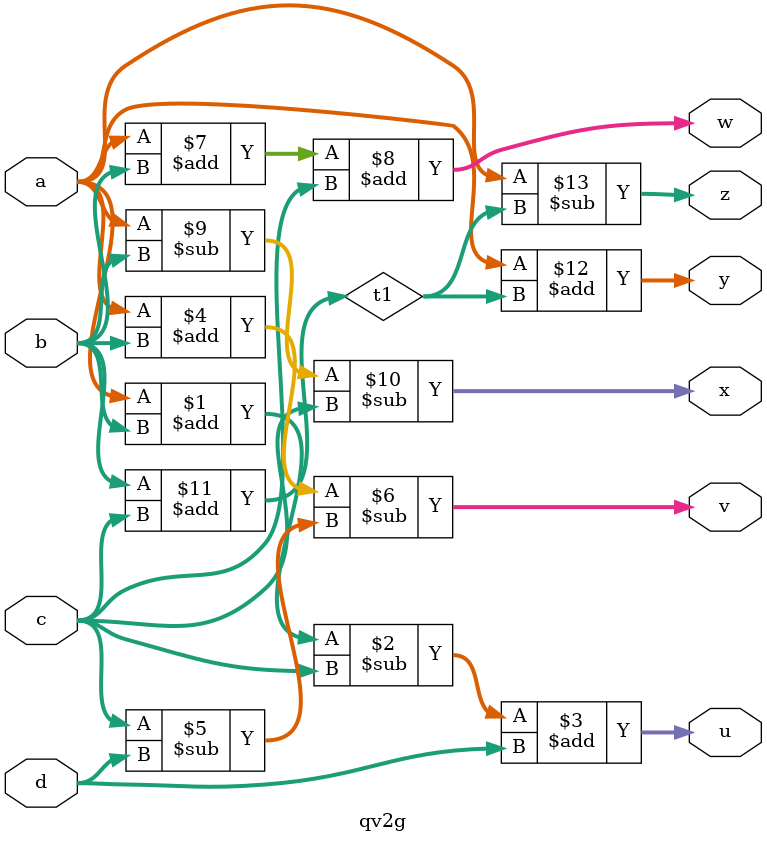
<source format=v>
`timescale 1ns / 1ps

module qv2g(
    input wire[3:0] a, b, c, d,
    output wire[3:0] u, v, w, x, y, z
    );

    assign u = a + b - c + d;
    assign v = (a + b) - (c - d);
    assign w = a + b + c;
    assign x = a - b - c;
    
    wire[3:0] t1;
    assign t1 = b + c;
    assign y = a + t1;
    assign z = a - t1;

endmodule

</source>
